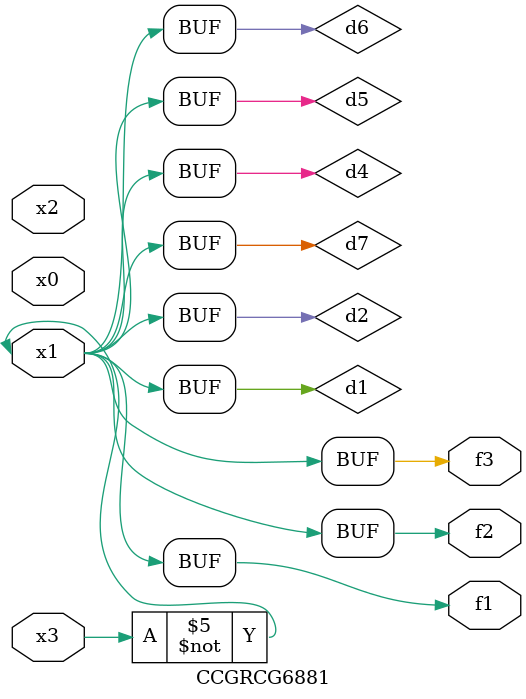
<source format=v>
module CCGRCG6881(
	input x0, x1, x2, x3,
	output f1, f2, f3
);

	wire d1, d2, d3, d4, d5, d6, d7;

	not (d1, x3);
	buf (d2, x1);
	xnor (d3, d1, d2);
	nor (d4, d1);
	buf (d5, d1, d2);
	buf (d6, d4, d5);
	nand (d7, d4);
	assign f1 = d6;
	assign f2 = d7;
	assign f3 = d6;
endmodule

</source>
